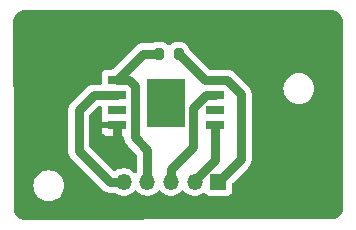
<source format=gbr>
%TF.GenerationSoftware,KiCad,Pcbnew,7.0.8*%
%TF.CreationDate,2024-10-08T21:21:09-04:00*%
%TF.ProjectId,SPIBreakout,53504942-7265-4616-9b6f-75742e6b6963,rev?*%
%TF.SameCoordinates,Original*%
%TF.FileFunction,Copper,L1,Top*%
%TF.FilePolarity,Positive*%
%FSLAX46Y46*%
G04 Gerber Fmt 4.6, Leading zero omitted, Abs format (unit mm)*
G04 Created by KiCad (PCBNEW 7.0.8) date 2024-10-08 21:21:09*
%MOMM*%
%LPD*%
G01*
G04 APERTURE LIST*
G04 Aperture macros list*
%AMRoundRect*
0 Rectangle with rounded corners*
0 $1 Rounding radius*
0 $2 $3 $4 $5 $6 $7 $8 $9 X,Y pos of 4 corners*
0 Add a 4 corners polygon primitive as box body*
4,1,4,$2,$3,$4,$5,$6,$7,$8,$9,$2,$3,0*
0 Add four circle primitives for the rounded corners*
1,1,$1+$1,$2,$3*
1,1,$1+$1,$4,$5*
1,1,$1+$1,$6,$7*
1,1,$1+$1,$8,$9*
0 Add four rect primitives between the rounded corners*
20,1,$1+$1,$2,$3,$4,$5,0*
20,1,$1+$1,$4,$5,$6,$7,0*
20,1,$1+$1,$6,$7,$8,$9,0*
20,1,$1+$1,$8,$9,$2,$3,0*%
G04 Aperture macros list end*
%TA.AperFunction,ComponentPad*%
%ADD10R,1.350000X1.350000*%
%TD*%
%TA.AperFunction,ComponentPad*%
%ADD11O,1.350000X1.350000*%
%TD*%
%TA.AperFunction,SMDPad,CuDef*%
%ADD12R,1.500000X0.800000*%
%TD*%
%TA.AperFunction,SMDPad,CuDef*%
%ADD13R,3.250000X4.050000*%
%TD*%
%TA.AperFunction,SMDPad,CuDef*%
%ADD14RoundRect,0.200000X-0.200000X-0.275000X0.200000X-0.275000X0.200000X0.275000X-0.200000X0.275000X0*%
%TD*%
%TA.AperFunction,ViaPad*%
%ADD15C,0.800000*%
%TD*%
%TA.AperFunction,Conductor*%
%ADD16C,0.800000*%
%TD*%
G04 APERTURE END LIST*
D10*
%TO.P,J1,1,Pin_1*%
%TO.N,VCC*%
X122560000Y-67490000D03*
D11*
%TO.P,J1,2,Pin_2*%
%TO.N,DI{slash}MOSI*%
X120560000Y-67490000D03*
%TO.P,J1,3,Pin_3*%
%TO.N,Clk*%
X118560000Y-67490000D03*
%TO.P,J1,4,Pin_4*%
%TO.N,CS*%
X116560000Y-67490000D03*
%TO.P,J1,5,Pin_5*%
%TO.N,D0{slash}MISO*%
X114560000Y-67490000D03*
%TD*%
D12*
%TO.P,F1,1,CS#*%
%TO.N,CS*%
X113940000Y-58870000D03*
%TO.P,F1,2,DO(IO1)*%
%TO.N,D0{slash}MISO*%
X113940000Y-60140000D03*
%TO.P,F1,3,WP#_(IO2)*%
%TO.N,unconnected-(F1-WP#_(IO2)-Pad3)*%
X113940000Y-61410000D03*
%TO.P,F1,4,GND*%
%TO.N,GND*%
X113940000Y-62680000D03*
%TO.P,F1,5,DI(IO0)*%
%TO.N,DI{slash}MOSI*%
X122240000Y-62680000D03*
%TO.P,F1,6,HOLD#(IO3)*%
%TO.N,unconnected-(F1-HOLD#(IO3)-Pad6)*%
X122240000Y-61410000D03*
%TO.P,F1,7,CLK*%
%TO.N,Clk*%
X122240000Y-60140000D03*
%TO.P,F1,8,VCC*%
%TO.N,VCC*%
X122240000Y-58870000D03*
D13*
%TO.P,F1,9*%
%TO.N,N/C*%
X118090000Y-60775000D03*
%TD*%
D14*
%TO.P,10k1,1*%
%TO.N,CS*%
X117540000Y-56630000D03*
%TO.P,10k1,2*%
%TO.N,VCC*%
X119190000Y-56630000D03*
%TD*%
D15*
%TO.N,GND*%
X108740000Y-64380000D03*
X130890000Y-63760000D03*
X114000000Y-64380000D03*
X110010000Y-58630000D03*
X112940000Y-54460000D03*
X111650000Y-69030000D03*
X129330000Y-65650000D03*
X131610000Y-67320000D03*
X108110000Y-60160000D03*
X128240000Y-55900000D03*
X108200000Y-57080000D03*
X125750000Y-57290000D03*
X107140000Y-62530000D03*
X109420000Y-55560000D03*
X126870000Y-64370000D03*
X130670000Y-56210000D03*
X127430000Y-68500000D03*
X115320000Y-53910000D03*
%TD*%
D16*
%TO.N,CS*%
X113960000Y-58870000D02*
X116200000Y-56630000D01*
X116200000Y-56630000D02*
X117540000Y-56630000D01*
X114970000Y-58870000D02*
X115480000Y-59380000D01*
X113940000Y-58870000D02*
X114970000Y-58870000D01*
X113940000Y-58870000D02*
X113960000Y-58870000D01*
X115480000Y-63710000D02*
X116560000Y-64790000D01*
X116560000Y-64790000D02*
X116560000Y-67490000D01*
X115480000Y-59380000D02*
X115480000Y-63710000D01*
%TO.N,D0{slash}MISO*%
X110750000Y-61420000D02*
X110750000Y-64890000D01*
X113940000Y-60140000D02*
X112030000Y-60140000D01*
X113350000Y-67490000D02*
X114560000Y-67490000D01*
X112030000Y-60140000D02*
X110750000Y-61420000D01*
X110750000Y-64890000D02*
X113350000Y-67490000D01*
%TO.N,GND*%
X113940000Y-62680000D02*
X113940000Y-64320000D01*
X113940000Y-64320000D02*
X114000000Y-64380000D01*
%TO.N,DI{slash}MOSI*%
X120560000Y-67291472D02*
X120560000Y-67490000D01*
X122240000Y-62680000D02*
X122240000Y-65611472D01*
X122240000Y-65611472D02*
X120560000Y-67291472D01*
%TO.N,Clk*%
X120420000Y-64520000D02*
X118560000Y-66380000D01*
X118560000Y-66380000D02*
X118560000Y-67490000D01*
X121490000Y-60140000D02*
X120420000Y-61210000D01*
X120420000Y-61210000D02*
X120420000Y-64520000D01*
X122240000Y-60140000D02*
X121490000Y-60140000D01*
%TO.N,VCC*%
X122240000Y-58870000D02*
X121430000Y-58870000D01*
X123290000Y-58870000D02*
X124470000Y-60050000D01*
X122240000Y-58870000D02*
X123290000Y-58870000D01*
X121430000Y-58870000D02*
X119190000Y-56630000D01*
X124470000Y-65580000D02*
X122560000Y-67490000D01*
X124470000Y-60050000D02*
X124470000Y-65580000D01*
%TD*%
%TA.AperFunction,Conductor*%
%TO.N,GND*%
G36*
X112632539Y-61060185D02*
G01*
X112678294Y-61112989D01*
X112689500Y-61164500D01*
X112689500Y-61857870D01*
X112689501Y-61857876D01*
X112695909Y-61917484D01*
X112727573Y-62002382D01*
X112732557Y-62072073D01*
X112727573Y-62089046D01*
X112696404Y-62172616D01*
X112696401Y-62172627D01*
X112690000Y-62232155D01*
X112690000Y-62430000D01*
X114066000Y-62430000D01*
X114133039Y-62449685D01*
X114178794Y-62502489D01*
X114190000Y-62554000D01*
X114190000Y-63580000D01*
X114453780Y-63580000D01*
X114520819Y-63599685D01*
X114566574Y-63652489D01*
X114577610Y-63697511D01*
X114579415Y-63731956D01*
X114579500Y-63735201D01*
X114579500Y-63757189D01*
X114581797Y-63779059D01*
X114582051Y-63782290D01*
X114585686Y-63851643D01*
X114585688Y-63851653D01*
X114589315Y-63865189D01*
X114592860Y-63884314D01*
X114594325Y-63898249D01*
X114594326Y-63898256D01*
X114594328Y-63898262D01*
X114615784Y-63964298D01*
X114616705Y-63967409D01*
X114634679Y-64034486D01*
X114634684Y-64034498D01*
X114641043Y-64046978D01*
X114648488Y-64064949D01*
X114652820Y-64078282D01*
X114687537Y-64138414D01*
X114689085Y-64141266D01*
X114703684Y-64169916D01*
X114720617Y-64203149D01*
X114720619Y-64203151D01*
X114720620Y-64203153D01*
X114729438Y-64214043D01*
X114740454Y-64230070D01*
X114747465Y-64242213D01*
X114747470Y-64242220D01*
X114793939Y-64293831D01*
X114796043Y-64296295D01*
X114809882Y-64313382D01*
X114825423Y-64328922D01*
X114827657Y-64331277D01*
X114874128Y-64382887D01*
X114885468Y-64391126D01*
X114900265Y-64403764D01*
X115623181Y-65126680D01*
X115656666Y-65188003D01*
X115659500Y-65214361D01*
X115659500Y-66625405D01*
X115639815Y-66692444D01*
X115587011Y-66738199D01*
X115517853Y-66748143D01*
X115454297Y-66719118D01*
X115436548Y-66700135D01*
X115432425Y-66694675D01*
X115271433Y-66547913D01*
X115271423Y-66547906D01*
X115086213Y-66433229D01*
X115086207Y-66433226D01*
X115001113Y-66400260D01*
X114883069Y-66354530D01*
X114668926Y-66314500D01*
X114451074Y-66314500D01*
X114236931Y-66354530D01*
X114190525Y-66372508D01*
X114033792Y-66433226D01*
X114033786Y-66433229D01*
X113848576Y-66547906D01*
X113844001Y-66551362D01*
X113843315Y-66550454D01*
X113785797Y-66578482D01*
X113716411Y-66570272D01*
X113677404Y-66543905D01*
X111686819Y-64553320D01*
X111653334Y-64491997D01*
X111650500Y-64465639D01*
X111650500Y-62930000D01*
X112690000Y-62930000D01*
X112690000Y-63127844D01*
X112696401Y-63187372D01*
X112696403Y-63187379D01*
X112746645Y-63322086D01*
X112746649Y-63322093D01*
X112832809Y-63437187D01*
X112832812Y-63437190D01*
X112947906Y-63523350D01*
X112947913Y-63523354D01*
X113082620Y-63573596D01*
X113082627Y-63573598D01*
X113142155Y-63579999D01*
X113142172Y-63580000D01*
X113690000Y-63580000D01*
X113690000Y-62930000D01*
X112690000Y-62930000D01*
X111650500Y-62930000D01*
X111650500Y-61844361D01*
X111670185Y-61777322D01*
X111686819Y-61756680D01*
X112366680Y-61076819D01*
X112428003Y-61043334D01*
X112454361Y-61040500D01*
X112565500Y-61040500D01*
X112632539Y-61060185D01*
G37*
%TD.AperFunction*%
%TA.AperFunction,Conductor*%
G36*
X132122695Y-52920735D02*
G01*
X132165519Y-52924482D01*
X132291771Y-52936918D01*
X132311685Y-52940541D01*
X132378349Y-52958403D01*
X132471570Y-52986682D01*
X132487971Y-52992958D01*
X132555411Y-53024406D01*
X132558375Y-53025888D01*
X132595969Y-53045982D01*
X132642327Y-53070762D01*
X132648667Y-53074657D01*
X132714828Y-53120983D01*
X132718600Y-53123844D01*
X132790808Y-53183103D01*
X132795309Y-53187182D01*
X132852815Y-53244688D01*
X132856895Y-53249190D01*
X132916154Y-53321398D01*
X132919015Y-53325170D01*
X132965341Y-53391331D01*
X132969236Y-53397671D01*
X133014101Y-53481605D01*
X133015607Y-53484618D01*
X133024381Y-53503433D01*
X133047040Y-53552027D01*
X133053319Y-53568435D01*
X133081601Y-53661669D01*
X133099454Y-53728299D01*
X133103082Y-53748238D01*
X133115523Y-53874554D01*
X133119264Y-53917302D01*
X133119500Y-53922710D01*
X133119500Y-69648853D01*
X133119265Y-69654234D01*
X133117005Y-69680109D01*
X133115614Y-69696033D01*
X133103051Y-69823433D01*
X133099435Y-69843322D01*
X133082056Y-69908258D01*
X133053321Y-70003094D01*
X133047056Y-70019487D01*
X133016186Y-70085771D01*
X133014676Y-70088794D01*
X132969317Y-70173761D01*
X132965430Y-70180098D01*
X132919766Y-70245402D01*
X132916909Y-70249173D01*
X132857071Y-70322190D01*
X132852989Y-70326701D01*
X132796268Y-70383512D01*
X132791766Y-70387599D01*
X132718855Y-70447546D01*
X132715089Y-70450408D01*
X132649851Y-70496183D01*
X132643521Y-70500081D01*
X132558628Y-70545576D01*
X132555607Y-70547090D01*
X132489373Y-70578066D01*
X132472989Y-70584358D01*
X132378206Y-70613242D01*
X132313317Y-70630719D01*
X132293403Y-70634371D01*
X132162685Y-70647439D01*
X132136677Y-70649753D01*
X132124796Y-70650810D01*
X132119404Y-70651053D01*
X126229497Y-70660205D01*
X106228764Y-70691281D01*
X106223161Y-70691036D01*
X106179088Y-70687108D01*
X106055020Y-70674725D01*
X106035105Y-70671076D01*
X105966611Y-70652640D01*
X105871571Y-70623698D01*
X105863380Y-70620555D01*
X105790857Y-70586674D01*
X105787842Y-70585164D01*
X105705525Y-70541105D01*
X105699202Y-70537218D01*
X105632195Y-70490274D01*
X105628444Y-70487428D01*
X105579853Y-70447546D01*
X105557463Y-70429168D01*
X105552964Y-70425091D01*
X105529960Y-70402097D01*
X105494767Y-70366918D01*
X105490700Y-70362433D01*
X105432411Y-70291473D01*
X105429572Y-70287736D01*
X105382588Y-70220729D01*
X105378702Y-70214414D01*
X105334586Y-70132071D01*
X105333126Y-70129158D01*
X105299182Y-70056574D01*
X105296045Y-70048405D01*
X105267064Y-69953372D01*
X105254900Y-69908258D01*
X105248588Y-69884849D01*
X105244937Y-69864984D01*
X105232854Y-69744749D01*
X105228495Y-69696059D01*
X105228250Y-69690706D01*
X105224017Y-67810001D01*
X106894532Y-67810001D01*
X106914364Y-68036686D01*
X106914366Y-68036697D01*
X106973258Y-68256488D01*
X106973261Y-68256497D01*
X107069431Y-68462732D01*
X107069432Y-68462734D01*
X107199954Y-68649141D01*
X107360858Y-68810045D01*
X107360861Y-68810047D01*
X107547266Y-68940568D01*
X107753504Y-69036739D01*
X107973308Y-69095635D01*
X108143216Y-69110500D01*
X108256784Y-69110500D01*
X108426692Y-69095635D01*
X108646496Y-69036739D01*
X108852734Y-68940568D01*
X109039139Y-68810047D01*
X109200047Y-68649139D01*
X109330568Y-68462734D01*
X109426739Y-68256496D01*
X109485635Y-68036692D01*
X109505468Y-67810000D01*
X109485635Y-67583308D01*
X109426739Y-67363504D01*
X109330568Y-67157266D01*
X109200047Y-66970861D01*
X109200045Y-66970858D01*
X109039141Y-66809954D01*
X108852734Y-66679432D01*
X108852732Y-66679431D01*
X108646497Y-66583261D01*
X108646488Y-66583258D01*
X108426697Y-66524366D01*
X108426687Y-66524364D01*
X108256784Y-66509500D01*
X108143216Y-66509500D01*
X107973312Y-66524364D01*
X107973302Y-66524366D01*
X107753511Y-66583258D01*
X107753502Y-66583261D01*
X107547267Y-66679431D01*
X107547265Y-66679432D01*
X107360858Y-66809954D01*
X107199954Y-66970858D01*
X107069432Y-67157265D01*
X107069431Y-67157267D01*
X106973261Y-67363502D01*
X106973258Y-67363511D01*
X106914366Y-67583302D01*
X106914364Y-67583313D01*
X106894532Y-67809998D01*
X106894532Y-67810001D01*
X105224017Y-67810001D01*
X105217337Y-64842612D01*
X109845781Y-64842612D01*
X109846989Y-64865672D01*
X109849415Y-64911956D01*
X109849500Y-64915201D01*
X109849500Y-64937189D01*
X109851797Y-64959059D01*
X109852051Y-64962290D01*
X109855686Y-65031643D01*
X109855688Y-65031653D01*
X109859315Y-65045189D01*
X109862860Y-65064314D01*
X109864325Y-65078249D01*
X109864326Y-65078256D01*
X109880059Y-65126680D01*
X109885784Y-65144298D01*
X109886705Y-65147409D01*
X109904679Y-65214486D01*
X109904684Y-65214498D01*
X109911043Y-65226978D01*
X109918488Y-65244949D01*
X109922820Y-65258282D01*
X109957537Y-65318414D01*
X109959085Y-65321266D01*
X109980992Y-65364259D01*
X109990617Y-65383149D01*
X109990619Y-65383151D01*
X109990620Y-65383153D01*
X109999438Y-65394043D01*
X110010454Y-65410070D01*
X110017465Y-65422213D01*
X110017470Y-65422220D01*
X110063939Y-65473831D01*
X110066043Y-65476295D01*
X110079882Y-65493382D01*
X110095423Y-65508922D01*
X110097657Y-65511277D01*
X110116867Y-65532611D01*
X110144129Y-65562888D01*
X110155468Y-65571126D01*
X110170265Y-65583764D01*
X112656235Y-68069734D01*
X112668872Y-68084529D01*
X112677113Y-68095872D01*
X112728722Y-68142341D01*
X112731078Y-68144577D01*
X112746619Y-68160118D01*
X112763702Y-68173952D01*
X112766170Y-68176060D01*
X112817781Y-68222531D01*
X112817782Y-68222531D01*
X112817784Y-68222533D01*
X112829918Y-68229538D01*
X112845955Y-68240560D01*
X112856849Y-68249382D01*
X112856851Y-68249383D01*
X112918747Y-68280920D01*
X112921552Y-68282443D01*
X112926548Y-68285327D01*
X112981707Y-68317175D01*
X112981715Y-68317178D01*
X112981716Y-68317179D01*
X112995046Y-68321510D01*
X113013019Y-68328954D01*
X113025512Y-68335320D01*
X113092590Y-68353292D01*
X113095699Y-68354214D01*
X113108933Y-68358514D01*
X113161744Y-68375674D01*
X113172116Y-68376763D01*
X113175684Y-68377139D01*
X113194825Y-68380687D01*
X113208348Y-68384311D01*
X113208354Y-68384312D01*
X113277711Y-68387946D01*
X113280921Y-68388199D01*
X113302808Y-68390500D01*
X113324803Y-68390500D01*
X113328046Y-68390584D01*
X113397388Y-68394219D01*
X113411228Y-68392027D01*
X113430627Y-68390500D01*
X113754911Y-68390500D01*
X113821950Y-68410185D01*
X113838445Y-68422859D01*
X113848568Y-68432088D01*
X113848575Y-68432092D01*
X113848576Y-68432093D01*
X114033786Y-68546770D01*
X114033792Y-68546773D01*
X114056664Y-68555633D01*
X114236931Y-68625470D01*
X114451074Y-68665500D01*
X114451076Y-68665500D01*
X114668924Y-68665500D01*
X114668926Y-68665500D01*
X114883069Y-68625470D01*
X115086210Y-68546772D01*
X115271432Y-68432088D01*
X115432427Y-68285322D01*
X115461047Y-68247422D01*
X115517153Y-68205787D01*
X115586865Y-68201094D01*
X115648048Y-68234836D01*
X115658946Y-68247414D01*
X115687573Y-68285322D01*
X115687576Y-68285325D01*
X115687578Y-68285327D01*
X115762592Y-68353711D01*
X115848568Y-68432088D01*
X115848575Y-68432092D01*
X115848576Y-68432093D01*
X116033786Y-68546770D01*
X116033792Y-68546773D01*
X116056664Y-68555633D01*
X116236931Y-68625470D01*
X116451074Y-68665500D01*
X116451076Y-68665500D01*
X116668924Y-68665500D01*
X116668926Y-68665500D01*
X116883069Y-68625470D01*
X117086210Y-68546772D01*
X117271432Y-68432088D01*
X117432427Y-68285322D01*
X117461047Y-68247422D01*
X117517153Y-68205787D01*
X117586865Y-68201094D01*
X117648048Y-68234836D01*
X117658946Y-68247414D01*
X117687573Y-68285322D01*
X117687576Y-68285325D01*
X117687578Y-68285327D01*
X117762592Y-68353711D01*
X117848568Y-68432088D01*
X117848575Y-68432092D01*
X117848576Y-68432093D01*
X118033786Y-68546770D01*
X118033792Y-68546773D01*
X118056664Y-68555633D01*
X118236931Y-68625470D01*
X118451074Y-68665500D01*
X118451076Y-68665500D01*
X118668924Y-68665500D01*
X118668926Y-68665500D01*
X118883069Y-68625470D01*
X119086210Y-68546772D01*
X119271432Y-68432088D01*
X119432427Y-68285322D01*
X119461047Y-68247422D01*
X119517153Y-68205787D01*
X119586865Y-68201094D01*
X119648048Y-68234836D01*
X119658946Y-68247414D01*
X119687573Y-68285322D01*
X119687576Y-68285325D01*
X119687578Y-68285327D01*
X119762592Y-68353711D01*
X119848568Y-68432088D01*
X119848575Y-68432092D01*
X119848576Y-68432093D01*
X120033786Y-68546770D01*
X120033792Y-68546773D01*
X120056664Y-68555633D01*
X120236931Y-68625470D01*
X120451074Y-68665500D01*
X120451076Y-68665500D01*
X120668924Y-68665500D01*
X120668926Y-68665500D01*
X120883069Y-68625470D01*
X121086210Y-68546772D01*
X121271432Y-68432088D01*
X121282407Y-68422082D01*
X121345207Y-68391463D01*
X121414594Y-68399657D01*
X121465214Y-68439405D01*
X121527452Y-68522544D01*
X121527455Y-68522547D01*
X121642664Y-68608793D01*
X121642671Y-68608797D01*
X121777517Y-68659091D01*
X121777516Y-68659091D01*
X121784444Y-68659835D01*
X121837127Y-68665500D01*
X123282872Y-68665499D01*
X123342483Y-68659091D01*
X123477331Y-68608796D01*
X123592546Y-68522546D01*
X123678796Y-68407331D01*
X123729091Y-68272483D01*
X123735500Y-68212873D01*
X123735499Y-67639359D01*
X123755183Y-67572321D01*
X123771813Y-67551684D01*
X125049742Y-66273756D01*
X125064525Y-66261130D01*
X125075871Y-66252888D01*
X125122339Y-66201278D01*
X125124540Y-66198958D01*
X125140120Y-66183380D01*
X125153975Y-66166268D01*
X125156054Y-66163834D01*
X125202533Y-66112216D01*
X125209537Y-66100083D01*
X125220563Y-66084041D01*
X125229382Y-66073150D01*
X125233435Y-66065197D01*
X125260919Y-66011252D01*
X125262442Y-66008447D01*
X125297179Y-65948284D01*
X125301509Y-65934956D01*
X125308960Y-65916969D01*
X125315319Y-65904489D01*
X125315320Y-65904488D01*
X125333296Y-65837397D01*
X125334214Y-65834301D01*
X125355674Y-65768256D01*
X125357139Y-65754317D01*
X125360687Y-65735175D01*
X125364313Y-65721645D01*
X125367947Y-65652281D01*
X125368201Y-65649064D01*
X125370499Y-65627199D01*
X125370500Y-65627191D01*
X125370500Y-65605201D01*
X125370585Y-65601956D01*
X125371900Y-65576862D01*
X125374219Y-65532612D01*
X125372027Y-65518772D01*
X125370500Y-65499373D01*
X125370500Y-60130626D01*
X125372027Y-60111225D01*
X125374219Y-60097388D01*
X125370584Y-60028040D01*
X125370500Y-60024797D01*
X125370500Y-60002809D01*
X125370499Y-60002800D01*
X125368201Y-59980936D01*
X125367947Y-59977720D01*
X125364313Y-59908354D01*
X125360684Y-59894812D01*
X125357138Y-59875684D01*
X125355674Y-59861744D01*
X125349141Y-59841638D01*
X125334218Y-59795708D01*
X125333296Y-59792596D01*
X125315321Y-59725517D01*
X125315320Y-59725512D01*
X125308956Y-59713022D01*
X125301511Y-59695050D01*
X125297179Y-59681716D01*
X125297177Y-59681712D01*
X125297175Y-59681707D01*
X125273670Y-59640998D01*
X125262443Y-59621552D01*
X125260920Y-59618747D01*
X125246273Y-59590001D01*
X128074532Y-59590001D01*
X128094364Y-59816686D01*
X128094366Y-59816697D01*
X128153258Y-60036488D01*
X128153261Y-60036497D01*
X128249431Y-60242732D01*
X128249432Y-60242734D01*
X128379954Y-60429141D01*
X128540858Y-60590045D01*
X128540861Y-60590047D01*
X128727266Y-60720568D01*
X128933504Y-60816739D01*
X129153308Y-60875635D01*
X129323216Y-60890500D01*
X129436784Y-60890500D01*
X129606692Y-60875635D01*
X129826496Y-60816739D01*
X130032734Y-60720568D01*
X130219139Y-60590047D01*
X130380047Y-60429139D01*
X130510568Y-60242734D01*
X130606739Y-60036496D01*
X130665635Y-59816692D01*
X130685468Y-59590000D01*
X130681572Y-59545474D01*
X130671358Y-59428722D01*
X130665635Y-59363308D01*
X130606739Y-59143504D01*
X130510568Y-58937266D01*
X130380047Y-58750861D01*
X130380045Y-58750858D01*
X130219141Y-58589954D01*
X130032734Y-58459432D01*
X130032732Y-58459431D01*
X129826497Y-58363261D01*
X129826488Y-58363258D01*
X129606697Y-58304366D01*
X129606687Y-58304364D01*
X129436784Y-58289500D01*
X129323216Y-58289500D01*
X129153312Y-58304364D01*
X129153302Y-58304366D01*
X128933511Y-58363258D01*
X128933502Y-58363261D01*
X128727267Y-58459431D01*
X128727265Y-58459432D01*
X128540858Y-58589954D01*
X128379954Y-58750858D01*
X128249432Y-58937265D01*
X128249431Y-58937267D01*
X128153261Y-59143502D01*
X128153258Y-59143511D01*
X128094366Y-59363302D01*
X128094364Y-59363313D01*
X128074532Y-59589998D01*
X128074532Y-59590001D01*
X125246273Y-59590001D01*
X125229383Y-59556851D01*
X125229382Y-59556849D01*
X125220560Y-59545955D01*
X125209538Y-59529918D01*
X125202533Y-59517784D01*
X125202531Y-59517782D01*
X125202531Y-59517781D01*
X125156060Y-59466170D01*
X125153952Y-59463702D01*
X125147746Y-59456039D01*
X125140119Y-59446620D01*
X125124577Y-59431078D01*
X125122341Y-59428722D01*
X125075872Y-59377113D01*
X125075871Y-59377112D01*
X125064525Y-59368869D01*
X125049734Y-59356235D01*
X123983764Y-58290265D01*
X123971126Y-58275468D01*
X123962887Y-58264128D01*
X123911277Y-58217657D01*
X123908922Y-58215423D01*
X123893382Y-58199882D01*
X123876295Y-58186043D01*
X123873831Y-58183939D01*
X123822220Y-58137470D01*
X123822213Y-58137465D01*
X123810070Y-58130454D01*
X123794043Y-58119438D01*
X123783153Y-58110620D01*
X123783151Y-58110619D01*
X123783149Y-58110617D01*
X123760628Y-58099142D01*
X123721266Y-58079085D01*
X123718414Y-58077537D01*
X123658282Y-58042820D01*
X123644949Y-58038488D01*
X123626978Y-58031043D01*
X123614498Y-58024684D01*
X123614486Y-58024679D01*
X123547409Y-58006705D01*
X123544309Y-58005787D01*
X123478256Y-57984326D01*
X123478251Y-57984325D01*
X123478249Y-57984325D01*
X123464314Y-57982860D01*
X123445189Y-57979315D01*
X123431653Y-57975688D01*
X123431643Y-57975686D01*
X123362290Y-57972051D01*
X123359059Y-57971797D01*
X123344537Y-57970271D01*
X123337192Y-57969500D01*
X123337189Y-57969500D01*
X123315203Y-57969500D01*
X123311959Y-57969415D01*
X123242612Y-57965781D01*
X123242611Y-57965781D01*
X123228772Y-57967973D01*
X123209373Y-57969500D01*
X121854361Y-57969500D01*
X121787322Y-57949815D01*
X121766680Y-57933181D01*
X120116011Y-56282512D01*
X120085306Y-56231721D01*
X120084086Y-56227806D01*
X120084086Y-56227804D01*
X120033478Y-56065394D01*
X119945472Y-55919815D01*
X119945470Y-55919813D01*
X119945469Y-55919811D01*
X119825188Y-55799530D01*
X119823464Y-55798488D01*
X119679606Y-55711522D01*
X119517196Y-55660914D01*
X119517194Y-55660913D01*
X119517192Y-55660913D01*
X119467778Y-55656423D01*
X119446616Y-55654500D01*
X118933384Y-55654500D01*
X118914145Y-55656248D01*
X118862807Y-55660913D01*
X118700393Y-55711522D01*
X118554811Y-55799530D01*
X118554810Y-55799531D01*
X118452681Y-55901661D01*
X118391358Y-55935146D01*
X118321666Y-55930162D01*
X118277319Y-55901661D01*
X118175188Y-55799530D01*
X118173464Y-55798488D01*
X118029606Y-55711522D01*
X117867196Y-55660914D01*
X117867194Y-55660913D01*
X117867192Y-55660913D01*
X117817778Y-55656423D01*
X117796616Y-55654500D01*
X117283384Y-55654500D01*
X117264145Y-55656248D01*
X117212807Y-55660913D01*
X117050390Y-55711523D01*
X117050233Y-55711619D01*
X117050089Y-55711659D01*
X117043555Y-55714600D01*
X117043107Y-55713605D01*
X116986087Y-55729500D01*
X116280627Y-55729500D01*
X116261228Y-55727973D01*
X116247389Y-55725781D01*
X116247388Y-55725781D01*
X116178046Y-55729415D01*
X116174803Y-55729500D01*
X116152808Y-55729500D01*
X116137403Y-55731118D01*
X116130933Y-55731798D01*
X116127702Y-55732052D01*
X116058356Y-55735687D01*
X116044809Y-55739317D01*
X116025686Y-55742860D01*
X116011745Y-55744325D01*
X116011743Y-55744325D01*
X115945702Y-55765784D01*
X115942590Y-55766705D01*
X115875517Y-55784677D01*
X115875503Y-55784683D01*
X115863022Y-55791043D01*
X115845049Y-55798488D01*
X115831715Y-55802820D01*
X115771592Y-55837533D01*
X115768740Y-55839082D01*
X115706853Y-55870616D01*
X115706837Y-55870626D01*
X115695948Y-55879444D01*
X115679923Y-55890458D01*
X115667785Y-55897466D01*
X115667781Y-55897469D01*
X115616172Y-55943936D01*
X115613710Y-55946039D01*
X115596627Y-55959875D01*
X115596610Y-55959890D01*
X115581065Y-55975435D01*
X115578713Y-55977666D01*
X115527114Y-56024126D01*
X115518869Y-56035474D01*
X115506236Y-56050263D01*
X113623318Y-57933181D01*
X113561995Y-57966666D01*
X113535637Y-57969500D01*
X113142129Y-57969500D01*
X113142123Y-57969501D01*
X113082516Y-57975908D01*
X112947671Y-58026202D01*
X112947664Y-58026206D01*
X112832455Y-58112452D01*
X112832452Y-58112455D01*
X112746206Y-58227664D01*
X112746202Y-58227671D01*
X112695908Y-58362517D01*
X112689501Y-58422116D01*
X112689500Y-58422135D01*
X112689501Y-59115500D01*
X112669817Y-59182539D01*
X112617013Y-59228294D01*
X112565501Y-59239500D01*
X112110627Y-59239500D01*
X112091228Y-59237973D01*
X112077389Y-59235781D01*
X112077388Y-59235781D01*
X112008046Y-59239415D01*
X112004803Y-59239500D01*
X111982808Y-59239500D01*
X111967403Y-59241118D01*
X111960933Y-59241798D01*
X111957702Y-59242052D01*
X111888356Y-59245687D01*
X111874809Y-59249317D01*
X111855686Y-59252860D01*
X111841745Y-59254325D01*
X111841743Y-59254325D01*
X111775702Y-59275784D01*
X111772590Y-59276705D01*
X111705517Y-59294677D01*
X111705503Y-59294683D01*
X111693022Y-59301043D01*
X111675049Y-59308488D01*
X111661715Y-59312820D01*
X111601592Y-59347533D01*
X111598740Y-59349082D01*
X111536853Y-59380616D01*
X111536837Y-59380626D01*
X111525948Y-59389444D01*
X111509923Y-59400458D01*
X111497785Y-59407466D01*
X111497781Y-59407469D01*
X111446172Y-59453936D01*
X111443710Y-59456039D01*
X111426627Y-59469875D01*
X111426610Y-59469890D01*
X111411065Y-59485435D01*
X111408713Y-59487666D01*
X111357114Y-59534126D01*
X111348869Y-59545474D01*
X111336236Y-59560263D01*
X110170263Y-60726236D01*
X110155474Y-60738869D01*
X110144126Y-60747114D01*
X110097666Y-60798713D01*
X110095435Y-60801065D01*
X110079890Y-60816610D01*
X110079875Y-60816627D01*
X110066039Y-60833710D01*
X110063936Y-60836172D01*
X110017469Y-60887781D01*
X110017466Y-60887785D01*
X110010458Y-60899923D01*
X109999444Y-60915948D01*
X109990626Y-60926837D01*
X109990616Y-60926853D01*
X109959082Y-60988740D01*
X109957533Y-60991592D01*
X109922821Y-61051713D01*
X109918487Y-61065053D01*
X109911045Y-61083020D01*
X109904680Y-61095512D01*
X109886706Y-61162584D01*
X109885785Y-61165692D01*
X109864326Y-61231742D01*
X109864325Y-61231745D01*
X109862860Y-61245686D01*
X109859315Y-61264812D01*
X109855686Y-61278352D01*
X109852051Y-61347710D01*
X109851797Y-61350941D01*
X109849500Y-61372810D01*
X109849500Y-61394797D01*
X109849415Y-61398042D01*
X109845781Y-61467387D01*
X109847973Y-61481225D01*
X109849500Y-61500626D01*
X109849500Y-64809373D01*
X109847973Y-64828772D01*
X109846609Y-64837387D01*
X109845781Y-64842612D01*
X105217337Y-64842612D01*
X105192762Y-53924965D01*
X105192987Y-53919554D01*
X105193179Y-53917302D01*
X105196740Y-53875572D01*
X105208760Y-53750493D01*
X105212350Y-53730527D01*
X105230594Y-53661927D01*
X105230672Y-53661669D01*
X105258181Y-53570386D01*
X105264428Y-53553973D01*
X105296371Y-53485183D01*
X105297839Y-53482232D01*
X105342026Y-53399260D01*
X105345891Y-53392947D01*
X105392868Y-53325665D01*
X105395692Y-53321933D01*
X105454227Y-53250427D01*
X105458243Y-53245986D01*
X105516563Y-53187538D01*
X105521022Y-53183487D01*
X105592394Y-53124800D01*
X105596113Y-53121974D01*
X105663286Y-53074854D01*
X105669614Y-53070961D01*
X105752435Y-53026621D01*
X105755403Y-53025135D01*
X105824147Y-52993030D01*
X105840539Y-52986749D01*
X105932004Y-52958966D01*
X106000602Y-52940561D01*
X106020556Y-52936925D01*
X106141888Y-52924964D01*
X106190179Y-52920735D01*
X106195580Y-52920500D01*
X132117293Y-52920500D01*
X132122695Y-52920735D01*
G37*
%TD.AperFunction*%
%TD*%
M02*

</source>
